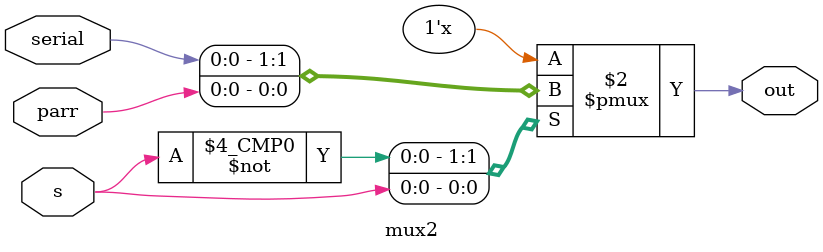
<source format=v>
`timescale 1ns / 1ps


module mux2(
    input s,
    input serial,
    input parr,
    output reg out
    );
    
always @(*)
begin
    case(s)
        1'd0: out <= serial;
        1'd1: out <= parr;
    endcase
end
endmodule

</source>
